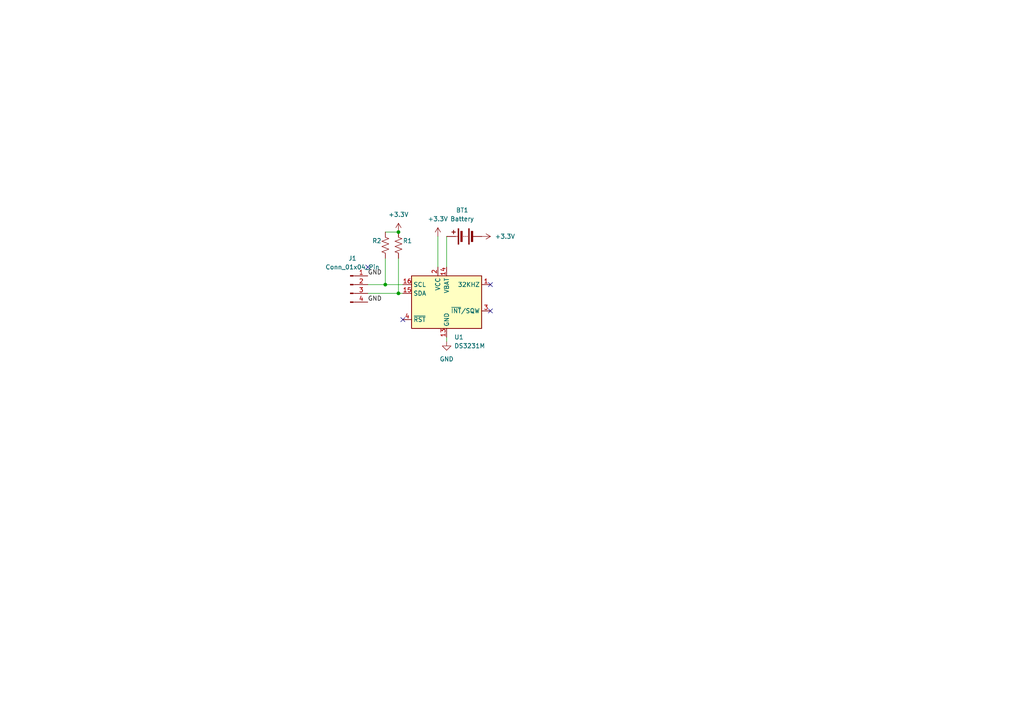
<source format=kicad_sch>
(kicad_sch (version 20230121) (generator eeschema)

  (uuid 98e5a7c0-c8d0-46fa-bbcc-93e721c132c0)

  (paper "A4")

  (lib_symbols
    (symbol "Connector:Conn_01x04_Pin" (pin_names (offset 1.016) hide) (in_bom yes) (on_board yes)
      (property "Reference" "J" (at 0 5.08 0)
        (effects (font (size 1.27 1.27)))
      )
      (property "Value" "Conn_01x04_Pin" (at 0 -7.62 0)
        (effects (font (size 1.27 1.27)))
      )
      (property "Footprint" "" (at 0 0 0)
        (effects (font (size 1.27 1.27)) hide)
      )
      (property "Datasheet" "~" (at 0 0 0)
        (effects (font (size 1.27 1.27)) hide)
      )
      (property "ki_locked" "" (at 0 0 0)
        (effects (font (size 1.27 1.27)))
      )
      (property "ki_keywords" "connector" (at 0 0 0)
        (effects (font (size 1.27 1.27)) hide)
      )
      (property "ki_description" "Generic connector, single row, 01x04, script generated" (at 0 0 0)
        (effects (font (size 1.27 1.27)) hide)
      )
      (property "ki_fp_filters" "Connector*:*_1x??_*" (at 0 0 0)
        (effects (font (size 1.27 1.27)) hide)
      )
      (symbol "Conn_01x04_Pin_1_1"
        (polyline
          (pts
            (xy 1.27 -5.08)
            (xy 0.8636 -5.08)
          )
          (stroke (width 0.1524) (type default))
          (fill (type none))
        )
        (polyline
          (pts
            (xy 1.27 -2.54)
            (xy 0.8636 -2.54)
          )
          (stroke (width 0.1524) (type default))
          (fill (type none))
        )
        (polyline
          (pts
            (xy 1.27 0)
            (xy 0.8636 0)
          )
          (stroke (width 0.1524) (type default))
          (fill (type none))
        )
        (polyline
          (pts
            (xy 1.27 2.54)
            (xy 0.8636 2.54)
          )
          (stroke (width 0.1524) (type default))
          (fill (type none))
        )
        (rectangle (start 0.8636 -4.953) (end 0 -5.207)
          (stroke (width 0.1524) (type default))
          (fill (type outline))
        )
        (rectangle (start 0.8636 -2.413) (end 0 -2.667)
          (stroke (width 0.1524) (type default))
          (fill (type outline))
        )
        (rectangle (start 0.8636 0.127) (end 0 -0.127)
          (stroke (width 0.1524) (type default))
          (fill (type outline))
        )
        (rectangle (start 0.8636 2.667) (end 0 2.413)
          (stroke (width 0.1524) (type default))
          (fill (type outline))
        )
        (pin passive line (at 5.08 2.54 180) (length 3.81)
          (name "Pin_1" (effects (font (size 1.27 1.27))))
          (number "1" (effects (font (size 1.27 1.27))))
        )
        (pin passive line (at 5.08 0 180) (length 3.81)
          (name "Pin_2" (effects (font (size 1.27 1.27))))
          (number "2" (effects (font (size 1.27 1.27))))
        )
        (pin passive line (at 5.08 -2.54 180) (length 3.81)
          (name "Pin_3" (effects (font (size 1.27 1.27))))
          (number "3" (effects (font (size 1.27 1.27))))
        )
        (pin passive line (at 5.08 -5.08 180) (length 3.81)
          (name "Pin_4" (effects (font (size 1.27 1.27))))
          (number "4" (effects (font (size 1.27 1.27))))
        )
      )
    )
    (symbol "Device:Battery" (pin_numbers hide) (pin_names (offset 0) hide) (in_bom yes) (on_board yes)
      (property "Reference" "BT" (at 2.54 2.54 0)
        (effects (font (size 1.27 1.27)) (justify left))
      )
      (property "Value" "Battery" (at 2.54 0 0)
        (effects (font (size 1.27 1.27)) (justify left))
      )
      (property "Footprint" "" (at 0 1.524 90)
        (effects (font (size 1.27 1.27)) hide)
      )
      (property "Datasheet" "~" (at 0 1.524 90)
        (effects (font (size 1.27 1.27)) hide)
      )
      (property "ki_keywords" "batt voltage-source cell" (at 0 0 0)
        (effects (font (size 1.27 1.27)) hide)
      )
      (property "ki_description" "Multiple-cell battery" (at 0 0 0)
        (effects (font (size 1.27 1.27)) hide)
      )
      (symbol "Battery_0_1"
        (rectangle (start -2.286 -1.27) (end 2.286 -1.524)
          (stroke (width 0) (type default))
          (fill (type outline))
        )
        (rectangle (start -2.286 1.778) (end 2.286 1.524)
          (stroke (width 0) (type default))
          (fill (type outline))
        )
        (rectangle (start -1.524 -2.032) (end 1.524 -2.54)
          (stroke (width 0) (type default))
          (fill (type outline))
        )
        (rectangle (start -1.524 1.016) (end 1.524 0.508)
          (stroke (width 0) (type default))
          (fill (type outline))
        )
        (polyline
          (pts
            (xy 0 -1.016)
            (xy 0 -0.762)
          )
          (stroke (width 0) (type default))
          (fill (type none))
        )
        (polyline
          (pts
            (xy 0 -0.508)
            (xy 0 -0.254)
          )
          (stroke (width 0) (type default))
          (fill (type none))
        )
        (polyline
          (pts
            (xy 0 0)
            (xy 0 0.254)
          )
          (stroke (width 0) (type default))
          (fill (type none))
        )
        (polyline
          (pts
            (xy 0 1.778)
            (xy 0 2.54)
          )
          (stroke (width 0) (type default))
          (fill (type none))
        )
        (polyline
          (pts
            (xy 0.762 3.048)
            (xy 1.778 3.048)
          )
          (stroke (width 0.254) (type default))
          (fill (type none))
        )
        (polyline
          (pts
            (xy 1.27 3.556)
            (xy 1.27 2.54)
          )
          (stroke (width 0.254) (type default))
          (fill (type none))
        )
      )
      (symbol "Battery_1_1"
        (pin passive line (at 0 5.08 270) (length 2.54)
          (name "+" (effects (font (size 1.27 1.27))))
          (number "1" (effects (font (size 1.27 1.27))))
        )
        (pin passive line (at 0 -5.08 90) (length 2.54)
          (name "-" (effects (font (size 1.27 1.27))))
          (number "2" (effects (font (size 1.27 1.27))))
        )
      )
    )
    (symbol "Device:R_US" (pin_numbers hide) (pin_names (offset 0)) (in_bom yes) (on_board yes)
      (property "Reference" "R" (at 2.54 0 90)
        (effects (font (size 1.27 1.27)))
      )
      (property "Value" "R_US" (at -2.54 0 90)
        (effects (font (size 1.27 1.27)))
      )
      (property "Footprint" "" (at 1.016 -0.254 90)
        (effects (font (size 1.27 1.27)) hide)
      )
      (property "Datasheet" "~" (at 0 0 0)
        (effects (font (size 1.27 1.27)) hide)
      )
      (property "ki_keywords" "R res resistor" (at 0 0 0)
        (effects (font (size 1.27 1.27)) hide)
      )
      (property "ki_description" "Resistor, US symbol" (at 0 0 0)
        (effects (font (size 1.27 1.27)) hide)
      )
      (property "ki_fp_filters" "R_*" (at 0 0 0)
        (effects (font (size 1.27 1.27)) hide)
      )
      (symbol "R_US_0_1"
        (polyline
          (pts
            (xy 0 -2.286)
            (xy 0 -2.54)
          )
          (stroke (width 0) (type default))
          (fill (type none))
        )
        (polyline
          (pts
            (xy 0 2.286)
            (xy 0 2.54)
          )
          (stroke (width 0) (type default))
          (fill (type none))
        )
        (polyline
          (pts
            (xy 0 -0.762)
            (xy 1.016 -1.143)
            (xy 0 -1.524)
            (xy -1.016 -1.905)
            (xy 0 -2.286)
          )
          (stroke (width 0) (type default))
          (fill (type none))
        )
        (polyline
          (pts
            (xy 0 0.762)
            (xy 1.016 0.381)
            (xy 0 0)
            (xy -1.016 -0.381)
            (xy 0 -0.762)
          )
          (stroke (width 0) (type default))
          (fill (type none))
        )
        (polyline
          (pts
            (xy 0 2.286)
            (xy 1.016 1.905)
            (xy 0 1.524)
            (xy -1.016 1.143)
            (xy 0 0.762)
          )
          (stroke (width 0) (type default))
          (fill (type none))
        )
      )
      (symbol "R_US_1_1"
        (pin passive line (at 0 3.81 270) (length 1.27)
          (name "~" (effects (font (size 1.27 1.27))))
          (number "1" (effects (font (size 1.27 1.27))))
        )
        (pin passive line (at 0 -3.81 90) (length 1.27)
          (name "~" (effects (font (size 1.27 1.27))))
          (number "2" (effects (font (size 1.27 1.27))))
        )
      )
    )
    (symbol "Timer_RTC:DS3231M" (in_bom yes) (on_board yes)
      (property "Reference" "U" (at -7.62 8.89 0)
        (effects (font (size 1.27 1.27)) (justify right))
      )
      (property "Value" "DS3231M" (at 10.16 8.89 0)
        (effects (font (size 1.27 1.27)) (justify right))
      )
      (property "Footprint" "Package_SO:SOIC-16W_7.5x10.3mm_P1.27mm" (at 0 -15.24 0)
        (effects (font (size 1.27 1.27)) hide)
      )
      (property "Datasheet" "http://datasheets.maximintegrated.com/en/ds/DS3231.pdf" (at 6.858 1.27 0)
        (effects (font (size 1.27 1.27)) hide)
      )
      (property "ki_keywords" "RTC TCXO Realtime Time Clock Crystal Oscillator I2C" (at 0 0 0)
        (effects (font (size 1.27 1.27)) hide)
      )
      (property "ki_description" "Extremely Accurate I2C-Integrated RTC/TCXO/Crystal SOIC-16" (at 0 0 0)
        (effects (font (size 1.27 1.27)) hide)
      )
      (property "ki_fp_filters" "SOIC*7.5x10.3mm*P1.27mm*" (at 0 0 0)
        (effects (font (size 1.27 1.27)) hide)
      )
      (symbol "DS3231M_0_1"
        (rectangle (start -10.16 7.62) (end 10.16 -7.62)
          (stroke (width 0.254) (type default))
          (fill (type background))
        )
      )
      (symbol "DS3231M_1_1"
        (pin open_collector line (at 12.7 5.08 180) (length 2.54)
          (name "32KHZ" (effects (font (size 1.27 1.27))))
          (number "1" (effects (font (size 1.27 1.27))))
        )
        (pin passive line (at 0 -10.16 90) (length 2.54) hide
          (name "GND" (effects (font (size 1.27 1.27))))
          (number "10" (effects (font (size 1.27 1.27))))
        )
        (pin passive line (at 0 -10.16 90) (length 2.54) hide
          (name "GND" (effects (font (size 1.27 1.27))))
          (number "11" (effects (font (size 1.27 1.27))))
        )
        (pin passive line (at 0 -10.16 90) (length 2.54) hide
          (name "GND" (effects (font (size 1.27 1.27))))
          (number "12" (effects (font (size 1.27 1.27))))
        )
        (pin power_in line (at 0 -10.16 90) (length 2.54)
          (name "GND" (effects (font (size 1.27 1.27))))
          (number "13" (effects (font (size 1.27 1.27))))
        )
        (pin power_in line (at 0 10.16 270) (length 2.54)
          (name "VBAT" (effects (font (size 1.27 1.27))))
          (number "14" (effects (font (size 1.27 1.27))))
        )
        (pin bidirectional line (at -12.7 2.54 0) (length 2.54)
          (name "SDA" (effects (font (size 1.27 1.27))))
          (number "15" (effects (font (size 1.27 1.27))))
        )
        (pin input line (at -12.7 5.08 0) (length 2.54)
          (name "SCL" (effects (font (size 1.27 1.27))))
          (number "16" (effects (font (size 1.27 1.27))))
        )
        (pin power_in line (at -2.54 10.16 270) (length 2.54)
          (name "VCC" (effects (font (size 1.27 1.27))))
          (number "2" (effects (font (size 1.27 1.27))))
        )
        (pin open_collector line (at 12.7 -2.54 180) (length 2.54)
          (name "~{INT}/SQW" (effects (font (size 1.27 1.27))))
          (number "3" (effects (font (size 1.27 1.27))))
        )
        (pin bidirectional line (at -12.7 -5.08 0) (length 2.54)
          (name "~{RST}" (effects (font (size 1.27 1.27))))
          (number "4" (effects (font (size 1.27 1.27))))
        )
        (pin passive line (at 0 -10.16 90) (length 2.54) hide
          (name "GND" (effects (font (size 1.27 1.27))))
          (number "5" (effects (font (size 1.27 1.27))))
        )
        (pin passive line (at 0 -10.16 90) (length 2.54) hide
          (name "GND" (effects (font (size 1.27 1.27))))
          (number "6" (effects (font (size 1.27 1.27))))
        )
        (pin passive line (at 0 -10.16 90) (length 2.54) hide
          (name "GND" (effects (font (size 1.27 1.27))))
          (number "7" (effects (font (size 1.27 1.27))))
        )
        (pin passive line (at 0 -10.16 90) (length 2.54) hide
          (name "GND" (effects (font (size 1.27 1.27))))
          (number "8" (effects (font (size 1.27 1.27))))
        )
        (pin passive line (at 0 -10.16 90) (length 2.54) hide
          (name "GND" (effects (font (size 1.27 1.27))))
          (number "9" (effects (font (size 1.27 1.27))))
        )
      )
    )
    (symbol "power:+3.3V" (power) (pin_names (offset 0)) (in_bom yes) (on_board yes)
      (property "Reference" "#PWR" (at 0 -3.81 0)
        (effects (font (size 1.27 1.27)) hide)
      )
      (property "Value" "+3.3V" (at 0 3.556 0)
        (effects (font (size 1.27 1.27)))
      )
      (property "Footprint" "" (at 0 0 0)
        (effects (font (size 1.27 1.27)) hide)
      )
      (property "Datasheet" "" (at 0 0 0)
        (effects (font (size 1.27 1.27)) hide)
      )
      (property "ki_keywords" "global power" (at 0 0 0)
        (effects (font (size 1.27 1.27)) hide)
      )
      (property "ki_description" "Power symbol creates a global label with name \"+3.3V\"" (at 0 0 0)
        (effects (font (size 1.27 1.27)) hide)
      )
      (symbol "+3.3V_0_1"
        (polyline
          (pts
            (xy -0.762 1.27)
            (xy 0 2.54)
          )
          (stroke (width 0) (type default))
          (fill (type none))
        )
        (polyline
          (pts
            (xy 0 0)
            (xy 0 2.54)
          )
          (stroke (width 0) (type default))
          (fill (type none))
        )
        (polyline
          (pts
            (xy 0 2.54)
            (xy 0.762 1.27)
          )
          (stroke (width 0) (type default))
          (fill (type none))
        )
      )
      (symbol "+3.3V_1_1"
        (pin power_in line (at 0 0 90) (length 0) hide
          (name "+3.3V" (effects (font (size 1.27 1.27))))
          (number "1" (effects (font (size 1.27 1.27))))
        )
      )
    )
    (symbol "power:GND" (power) (pin_names (offset 0)) (in_bom yes) (on_board yes)
      (property "Reference" "#PWR" (at 0 -6.35 0)
        (effects (font (size 1.27 1.27)) hide)
      )
      (property "Value" "GND" (at 0 -3.81 0)
        (effects (font (size 1.27 1.27)))
      )
      (property "Footprint" "" (at 0 0 0)
        (effects (font (size 1.27 1.27)) hide)
      )
      (property "Datasheet" "" (at 0 0 0)
        (effects (font (size 1.27 1.27)) hide)
      )
      (property "ki_keywords" "global power" (at 0 0 0)
        (effects (font (size 1.27 1.27)) hide)
      )
      (property "ki_description" "Power symbol creates a global label with name \"GND\" , ground" (at 0 0 0)
        (effects (font (size 1.27 1.27)) hide)
      )
      (symbol "GND_0_1"
        (polyline
          (pts
            (xy 0 0)
            (xy 0 -1.27)
            (xy 1.27 -1.27)
            (xy 0 -2.54)
            (xy -1.27 -1.27)
            (xy 0 -1.27)
          )
          (stroke (width 0) (type default))
          (fill (type none))
        )
      )
      (symbol "GND_1_1"
        (pin power_in line (at 0 0 270) (length 0) hide
          (name "GND" (effects (font (size 1.27 1.27))))
          (number "1" (effects (font (size 1.27 1.27))))
        )
      )
    )
  )

  (junction (at 115.57 85.09) (diameter 0) (color 0 0 0 0)
    (uuid 0992613f-770b-4c60-8e87-b6d94eecf548)
  )
  (junction (at 111.76 82.55) (diameter 0) (color 0 0 0 0)
    (uuid 55ec4309-3344-4141-ba0c-52f20b86613b)
  )
  (junction (at 115.57 67.31) (diameter 0) (color 0 0 0 0)
    (uuid f258a86b-ac18-48c1-993d-4d52c76e4342)
  )

  (no_connect (at 106.68 77.47) (uuid 0f8132b8-71ee-47b5-b454-f2765ac86645))
  (no_connect (at 142.24 82.55) (uuid 5eff8a91-d6de-43bd-8f15-8506121e3397))
  (no_connect (at 116.84 92.71) (uuid 9a56a773-387a-4cff-a7d5-b32e64eace3b))
  (no_connect (at 142.24 90.17) (uuid ee57d5db-47a5-4267-a2ec-e3891e247afe))

  (wire (pts (xy 115.57 85.09) (xy 116.84 85.09))
    (stroke (width 0) (type default))
    (uuid 16b35953-96cf-49a5-8d9b-63691cc0282e)
  )
  (wire (pts (xy 127 68.58) (xy 127 77.47))
    (stroke (width 0) (type default))
    (uuid 5ce1b393-3bb4-4b76-8510-bf0b4a087a0f)
  )
  (wire (pts (xy 129.54 97.79) (xy 129.54 99.06))
    (stroke (width 0) (type default))
    (uuid 63487ece-7d8f-4ef8-9457-c9c089fe6e9a)
  )
  (wire (pts (xy 115.57 74.93) (xy 115.57 85.09))
    (stroke (width 0) (type default))
    (uuid 74a6ddb8-163e-4b75-9fef-bb2c508fdd2c)
  )
  (wire (pts (xy 111.76 82.55) (xy 116.84 82.55))
    (stroke (width 0) (type default))
    (uuid 88d14d4f-c986-4d44-99a6-a49db53b067f)
  )
  (wire (pts (xy 106.68 82.55) (xy 111.76 82.55))
    (stroke (width 0) (type default))
    (uuid 8a316e83-059f-482b-9d39-d42bded7ba55)
  )
  (wire (pts (xy 111.76 67.31) (xy 115.57 67.31))
    (stroke (width 0) (type default))
    (uuid c6711222-1609-4fe5-b995-fef2a8231c67)
  )
  (wire (pts (xy 129.54 68.58) (xy 129.54 77.47))
    (stroke (width 0) (type default))
    (uuid c807fcfb-6850-40fe-b7e3-4ce22828dfb7)
  )
  (wire (pts (xy 106.68 85.09) (xy 115.57 85.09))
    (stroke (width 0) (type default))
    (uuid e235eb26-07bf-4f01-8f00-5fca63533e69)
  )
  (wire (pts (xy 111.76 74.93) (xy 111.76 82.55))
    (stroke (width 0) (type default))
    (uuid e6bac3f1-3553-48a3-a858-77cbd84291b3)
  )

  (label "GND" (at 106.68 80.01 0) (fields_autoplaced)
    (effects (font (size 1.27 1.27)) (justify left bottom))
    (uuid 36eae314-a727-426c-a91c-0dc3e6b505bd)
  )
  (label "GND" (at 106.68 87.63 0) (fields_autoplaced)
    (effects (font (size 1.27 1.27)) (justify left bottom))
    (uuid c3895828-e6a0-4fb7-8e02-8abe19cb340b)
  )

  (symbol (lib_id "Device:Battery") (at 134.62 68.58 90) (unit 1)
    (in_bom yes) (on_board yes) (dnp no) (fields_autoplaced)
    (uuid 2ce5c4ad-a2dc-42ac-abe2-e6cf484ced33)
    (property "Reference" "BT1" (at 134.0485 60.96 90)
      (effects (font (size 1.27 1.27)))
    )
    (property "Value" "Battery" (at 134.0485 63.5 90)
      (effects (font (size 1.27 1.27)))
    )
    (property "Footprint" "Battery:BatteryHolder_Keystone_3034_1x20mm" (at 133.096 68.58 90)
      (effects (font (size 1.27 1.27)) hide)
    )
    (property "Datasheet" "~" (at 133.096 68.58 90)
      (effects (font (size 1.27 1.27)) hide)
    )
    (pin "1" (uuid 36a707f3-eda6-4ec3-984e-27b2e55c04a4))
    (pin "2" (uuid c41b4287-2c05-408a-8523-4493680ad75d))
    (instances
      (project "RTC_schematic"
        (path "/98e5a7c0-c8d0-46fa-bbcc-93e721c132c0"
          (reference "BT1") (unit 1)
        )
      )
    )
  )

  (symbol (lib_id "Device:R_US") (at 115.57 71.12 0) (unit 1)
    (in_bom yes) (on_board yes) (dnp no)
    (uuid 4f7fc8fb-1ef8-4f86-adca-716ac8253d97)
    (property "Reference" "R1" (at 116.84 69.85 0)
      (effects (font (size 1.27 1.27)) (justify left))
    )
    (property "Value" "R_US" (at 118.11 72.39 0)
      (effects (font (size 1.27 1.27)) (justify left) hide)
    )
    (property "Footprint" "Resistor_SMD:R_0805_2012Metric" (at 116.586 71.374 90)
      (effects (font (size 1.27 1.27)) hide)
    )
    (property "Datasheet" "~" (at 115.57 71.12 0)
      (effects (font (size 1.27 1.27)) hide)
    )
    (pin "1" (uuid fc60761d-e68c-4439-8c12-18e3d03e8f33))
    (pin "2" (uuid dec2a712-3d68-49ad-a6c4-34e0db9c3f7a))
    (instances
      (project "RTC_schematic"
        (path "/98e5a7c0-c8d0-46fa-bbcc-93e721c132c0"
          (reference "R1") (unit 1)
        )
      )
    )
  )

  (symbol (lib_id "power:+3.3V") (at 115.57 67.31 0) (unit 1)
    (in_bom yes) (on_board yes) (dnp no) (fields_autoplaced)
    (uuid 53e0f0d6-3489-4bba-bb89-a43f71d22c6b)
    (property "Reference" "#PWR04" (at 115.57 71.12 0)
      (effects (font (size 1.27 1.27)) hide)
    )
    (property "Value" "+3.3V" (at 115.57 62.23 0)
      (effects (font (size 1.27 1.27)))
    )
    (property "Footprint" "" (at 115.57 67.31 0)
      (effects (font (size 1.27 1.27)) hide)
    )
    (property "Datasheet" "" (at 115.57 67.31 0)
      (effects (font (size 1.27 1.27)) hide)
    )
    (pin "1" (uuid 81bd5e2f-e8d2-49f0-ad1c-6a228e36faa7))
    (instances
      (project "RTC_schematic"
        (path "/98e5a7c0-c8d0-46fa-bbcc-93e721c132c0"
          (reference "#PWR04") (unit 1)
        )
      )
    )
  )

  (symbol (lib_id "Connector:Conn_01x04_Pin") (at 101.6 82.55 0) (unit 1)
    (in_bom yes) (on_board yes) (dnp no) (fields_autoplaced)
    (uuid 53eab8b5-da37-48dc-9ac6-ff4e7595bd29)
    (property "Reference" "J1" (at 102.235 74.93 0)
      (effects (font (size 1.27 1.27)))
    )
    (property "Value" "Conn_01x04_Pin" (at 102.235 77.47 0)
      (effects (font (size 1.27 1.27)))
    )
    (property "Footprint" "Connector_PinHeader_2.54mm:PinHeader_1x04_P2.54mm_Vertical" (at 101.6 82.55 0)
      (effects (font (size 1.27 1.27)) hide)
    )
    (property "Datasheet" "~" (at 101.6 82.55 0)
      (effects (font (size 1.27 1.27)) hide)
    )
    (pin "1" (uuid 17e53a73-2e43-498e-b1bd-73fa0ed41d26))
    (pin "2" (uuid d3211ecd-a583-492a-ae58-0565c29bff73))
    (pin "3" (uuid 25fa9ff0-6c83-4a5c-a494-0b90e54e6292))
    (pin "4" (uuid f90dcda5-e0f8-4a04-932c-23e2bc6f77ee))
    (instances
      (project "RTC_schematic"
        (path "/98e5a7c0-c8d0-46fa-bbcc-93e721c132c0"
          (reference "J1") (unit 1)
        )
      )
    )
  )

  (symbol (lib_id "Timer_RTC:DS3231M") (at 129.54 87.63 0) (unit 1)
    (in_bom yes) (on_board yes) (dnp no) (fields_autoplaced)
    (uuid 7c823909-aaa2-4b13-b4dc-fb3cbd69f49c)
    (property "Reference" "U1" (at 131.7341 97.79 0)
      (effects (font (size 1.27 1.27)) (justify left))
    )
    (property "Value" "DS3231M" (at 131.7341 100.33 0)
      (effects (font (size 1.27 1.27)) (justify left))
    )
    (property "Footprint" "Package_SO:SOIC-16W_7.5x10.3mm_P1.27mm" (at 129.54 102.87 0)
      (effects (font (size 1.27 1.27)) hide)
    )
    (property "Datasheet" "http://datasheets.maximintegrated.com/en/ds/DS3231.pdf" (at 136.398 86.36 0)
      (effects (font (size 1.27 1.27)) hide)
    )
    (pin "1" (uuid 7ab6fe01-9c7f-4f61-821d-edd2e2f466da))
    (pin "10" (uuid 618fe21c-438c-489e-ac43-4afcd14f8b19))
    (pin "11" (uuid 7dcf0cf9-e0c1-48d2-9e94-9d2e1e51477e))
    (pin "12" (uuid 18cd9570-6f44-4f99-9487-2cac33e8f143))
    (pin "13" (uuid fd081e7f-9f6a-4531-a114-d9ee995bbfdd))
    (pin "14" (uuid 4107f3ab-6879-4704-862c-d9e695d13909))
    (pin "15" (uuid 406aebf9-aaad-4eda-905e-ecba38ca7e83))
    (pin "16" (uuid bdcd2233-8f40-429b-9ec9-1f8b9f8c4d63))
    (pin "2" (uuid b0e0fde7-c54f-4f16-9380-668ee0275376))
    (pin "3" (uuid 3dfe8a90-cdb5-4b38-9557-7252a3ea7067))
    (pin "4" (uuid 42fe02a7-1fe3-4e4c-98ac-2b30c291a173))
    (pin "5" (uuid aefc052c-2b9e-4e13-b6c2-6e6aa1914045))
    (pin "6" (uuid 3a23f2a9-21b7-449e-b788-e1005a8add30))
    (pin "7" (uuid 39dd5815-ed46-4cce-abb2-af2dfaac89cf))
    (pin "8" (uuid 42b0365f-c3a0-4ac6-84d1-4caeb0926069))
    (pin "9" (uuid f5e3fd15-b0eb-4505-a831-c9c8716f34df))
    (instances
      (project "RTC_schematic"
        (path "/98e5a7c0-c8d0-46fa-bbcc-93e721c132c0"
          (reference "U1") (unit 1)
        )
      )
    )
  )

  (symbol (lib_id "Device:R_US") (at 111.76 71.12 0) (unit 1)
    (in_bom yes) (on_board yes) (dnp no)
    (uuid a8c6fb39-ee2a-47d0-b663-6c81cf72b686)
    (property "Reference" "R2" (at 107.95 69.85 0)
      (effects (font (size 1.27 1.27)) (justify left))
    )
    (property "Value" "~" (at 114.3 72.39 0)
      (effects (font (size 1.27 1.27)) (justify left) hide)
    )
    (property "Footprint" "Resistor_SMD:R_0805_2012Metric" (at 112.776 71.374 90)
      (effects (font (size 1.27 1.27)) hide)
    )
    (property "Datasheet" "~" (at 111.76 71.12 0)
      (effects (font (size 1.27 1.27)) hide)
    )
    (pin "1" (uuid 42a97410-5b13-4bdd-b9e0-dc188e4a0d39))
    (pin "2" (uuid 7862211b-67bb-490f-b8b6-454c7fb9221a))
    (instances
      (project "RTC_schematic"
        (path "/98e5a7c0-c8d0-46fa-bbcc-93e721c132c0"
          (reference "R2") (unit 1)
        )
      )
    )
  )

  (symbol (lib_id "power:+3.3V") (at 139.7 68.58 270) (unit 1)
    (in_bom yes) (on_board yes) (dnp no) (fields_autoplaced)
    (uuid c7fe3348-dca5-4431-87cc-859c9d735f60)
    (property "Reference" "#PWR02" (at 135.89 68.58 0)
      (effects (font (size 1.27 1.27)) hide)
    )
    (property "Value" "+3.3V" (at 143.51 68.58 90)
      (effects (font (size 1.27 1.27)) (justify left))
    )
    (property "Footprint" "" (at 139.7 68.58 0)
      (effects (font (size 1.27 1.27)) hide)
    )
    (property "Datasheet" "" (at 139.7 68.58 0)
      (effects (font (size 1.27 1.27)) hide)
    )
    (pin "1" (uuid 05595bb4-4cfb-42e5-a3ac-b9eb6c893103))
    (instances
      (project "RTC_schematic"
        (path "/98e5a7c0-c8d0-46fa-bbcc-93e721c132c0"
          (reference "#PWR02") (unit 1)
        )
      )
    )
  )

  (symbol (lib_id "power:GND") (at 129.54 99.06 0) (unit 1)
    (in_bom yes) (on_board yes) (dnp no) (fields_autoplaced)
    (uuid d03e2e31-ff28-4482-b42b-df1f64cd6f1a)
    (property "Reference" "#PWR01" (at 129.54 105.41 0)
      (effects (font (size 1.27 1.27)) hide)
    )
    (property "Value" "GND" (at 129.54 104.14 0)
      (effects (font (size 1.27 1.27)))
    )
    (property "Footprint" "" (at 129.54 99.06 0)
      (effects (font (size 1.27 1.27)) hide)
    )
    (property "Datasheet" "" (at 129.54 99.06 0)
      (effects (font (size 1.27 1.27)) hide)
    )
    (pin "1" (uuid fb5becc2-4b8a-47e8-bd3a-12c9d5553b24))
    (instances
      (project "RTC_schematic"
        (path "/98e5a7c0-c8d0-46fa-bbcc-93e721c132c0"
          (reference "#PWR01") (unit 1)
        )
      )
    )
  )

  (symbol (lib_id "power:+3.3V") (at 127 68.58 0) (unit 1)
    (in_bom yes) (on_board yes) (dnp no) (fields_autoplaced)
    (uuid da862503-4c29-4f58-be3f-82ac7c00eecf)
    (property "Reference" "#PWR03" (at 127 72.39 0)
      (effects (font (size 1.27 1.27)) hide)
    )
    (property "Value" "+3.3V" (at 127 63.5 0)
      (effects (font (size 1.27 1.27)))
    )
    (property "Footprint" "" (at 127 68.58 0)
      (effects (font (size 1.27 1.27)) hide)
    )
    (property "Datasheet" "" (at 127 68.58 0)
      (effects (font (size 1.27 1.27)) hide)
    )
    (pin "1" (uuid 9972ecdc-7bfb-419d-a562-da62a90ca07d))
    (instances
      (project "RTC_schematic"
        (path "/98e5a7c0-c8d0-46fa-bbcc-93e721c132c0"
          (reference "#PWR03") (unit 1)
        )
      )
    )
  )

  (sheet_instances
    (path "/" (page "1"))
  )
)

</source>
